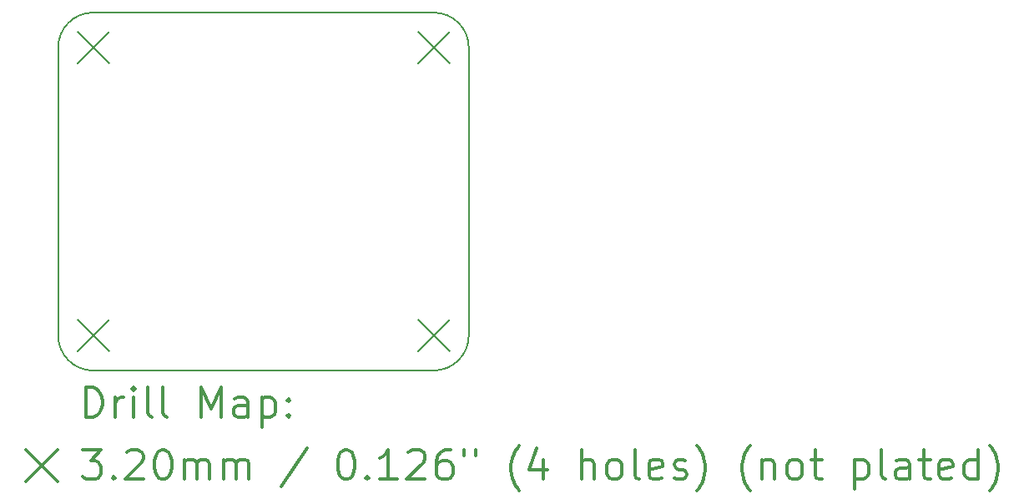
<source format=gbr>
%FSLAX45Y45*%
G04 Gerber Fmt 4.5, Leading zero omitted, Abs format (unit mm)*
G04 Created by KiCad (PCBNEW 5.0.0-fee4fd1~66~ubuntu18.04.1) date Wed Oct 10 23:27:11 2018*
%MOMM*%
%LPD*%
G01*
G04 APERTURE LIST*
%ADD10C,0.150000*%
%ADD11C,0.200000*%
%ADD12C,0.300000*%
G04 APERTURE END LIST*
D10*
X6756400Y-1803400D02*
G75*
G02X7112000Y-2159000I0J-355600D01*
G01*
X2946400Y-2159000D02*
G75*
G02X3302000Y-1803400I355600J0D01*
G01*
X3302000Y-5435600D02*
G75*
G02X2946400Y-5080000I0J355600D01*
G01*
X7112000Y-5080000D02*
G75*
G02X6756400Y-5435600I-355600J0D01*
G01*
X7112000Y-2159000D02*
X7112000Y-5080000D01*
X2946400Y-2159000D02*
X2946400Y-5080000D01*
X3302000Y-5435600D02*
X6756400Y-5435600D01*
X3302000Y-1803400D02*
X6756400Y-1803400D01*
D11*
X6596400Y-1999000D02*
X6916400Y-2319000D01*
X6916400Y-1999000D02*
X6596400Y-2319000D01*
X3142000Y-1999000D02*
X3462000Y-2319000D01*
X3462000Y-1999000D02*
X3142000Y-2319000D01*
X6596400Y-4920000D02*
X6916400Y-5240000D01*
X6916400Y-4920000D02*
X6596400Y-5240000D01*
X3142000Y-4920000D02*
X3462000Y-5240000D01*
X3462000Y-4920000D02*
X3142000Y-5240000D01*
D12*
X3225328Y-5908814D02*
X3225328Y-5608814D01*
X3296757Y-5608814D01*
X3339614Y-5623100D01*
X3368186Y-5651671D01*
X3382471Y-5680243D01*
X3396757Y-5737386D01*
X3396757Y-5780243D01*
X3382471Y-5837386D01*
X3368186Y-5865957D01*
X3339614Y-5894529D01*
X3296757Y-5908814D01*
X3225328Y-5908814D01*
X3525328Y-5908814D02*
X3525328Y-5708814D01*
X3525328Y-5765957D02*
X3539614Y-5737386D01*
X3553900Y-5723100D01*
X3582471Y-5708814D01*
X3611043Y-5708814D01*
X3711043Y-5908814D02*
X3711043Y-5708814D01*
X3711043Y-5608814D02*
X3696757Y-5623100D01*
X3711043Y-5637386D01*
X3725328Y-5623100D01*
X3711043Y-5608814D01*
X3711043Y-5637386D01*
X3896757Y-5908814D02*
X3868186Y-5894529D01*
X3853900Y-5865957D01*
X3853900Y-5608814D01*
X4053900Y-5908814D02*
X4025328Y-5894529D01*
X4011043Y-5865957D01*
X4011043Y-5608814D01*
X4396757Y-5908814D02*
X4396757Y-5608814D01*
X4496757Y-5823100D01*
X4596757Y-5608814D01*
X4596757Y-5908814D01*
X4868186Y-5908814D02*
X4868186Y-5751671D01*
X4853900Y-5723100D01*
X4825328Y-5708814D01*
X4768186Y-5708814D01*
X4739614Y-5723100D01*
X4868186Y-5894529D02*
X4839614Y-5908814D01*
X4768186Y-5908814D01*
X4739614Y-5894529D01*
X4725328Y-5865957D01*
X4725328Y-5837386D01*
X4739614Y-5808814D01*
X4768186Y-5794529D01*
X4839614Y-5794529D01*
X4868186Y-5780243D01*
X5011043Y-5708814D02*
X5011043Y-6008814D01*
X5011043Y-5723100D02*
X5039614Y-5708814D01*
X5096757Y-5708814D01*
X5125328Y-5723100D01*
X5139614Y-5737386D01*
X5153900Y-5765957D01*
X5153900Y-5851671D01*
X5139614Y-5880243D01*
X5125328Y-5894529D01*
X5096757Y-5908814D01*
X5039614Y-5908814D01*
X5011043Y-5894529D01*
X5282471Y-5880243D02*
X5296757Y-5894529D01*
X5282471Y-5908814D01*
X5268186Y-5894529D01*
X5282471Y-5880243D01*
X5282471Y-5908814D01*
X5282471Y-5723100D02*
X5296757Y-5737386D01*
X5282471Y-5751671D01*
X5268186Y-5737386D01*
X5282471Y-5723100D01*
X5282471Y-5751671D01*
X2618900Y-6243100D02*
X2938900Y-6563100D01*
X2938900Y-6243100D02*
X2618900Y-6563100D01*
X3196757Y-6238814D02*
X3382471Y-6238814D01*
X3282471Y-6353100D01*
X3325328Y-6353100D01*
X3353900Y-6367386D01*
X3368186Y-6381671D01*
X3382471Y-6410243D01*
X3382471Y-6481671D01*
X3368186Y-6510243D01*
X3353900Y-6524529D01*
X3325328Y-6538814D01*
X3239614Y-6538814D01*
X3211043Y-6524529D01*
X3196757Y-6510243D01*
X3511043Y-6510243D02*
X3525328Y-6524529D01*
X3511043Y-6538814D01*
X3496757Y-6524529D01*
X3511043Y-6510243D01*
X3511043Y-6538814D01*
X3639614Y-6267386D02*
X3653900Y-6253100D01*
X3682471Y-6238814D01*
X3753900Y-6238814D01*
X3782471Y-6253100D01*
X3796757Y-6267386D01*
X3811043Y-6295957D01*
X3811043Y-6324529D01*
X3796757Y-6367386D01*
X3625328Y-6538814D01*
X3811043Y-6538814D01*
X3996757Y-6238814D02*
X4025328Y-6238814D01*
X4053900Y-6253100D01*
X4068186Y-6267386D01*
X4082471Y-6295957D01*
X4096757Y-6353100D01*
X4096757Y-6424529D01*
X4082471Y-6481671D01*
X4068186Y-6510243D01*
X4053900Y-6524529D01*
X4025328Y-6538814D01*
X3996757Y-6538814D01*
X3968186Y-6524529D01*
X3953900Y-6510243D01*
X3939614Y-6481671D01*
X3925328Y-6424529D01*
X3925328Y-6353100D01*
X3939614Y-6295957D01*
X3953900Y-6267386D01*
X3968186Y-6253100D01*
X3996757Y-6238814D01*
X4225328Y-6538814D02*
X4225328Y-6338814D01*
X4225328Y-6367386D02*
X4239614Y-6353100D01*
X4268186Y-6338814D01*
X4311043Y-6338814D01*
X4339614Y-6353100D01*
X4353900Y-6381671D01*
X4353900Y-6538814D01*
X4353900Y-6381671D02*
X4368186Y-6353100D01*
X4396757Y-6338814D01*
X4439614Y-6338814D01*
X4468186Y-6353100D01*
X4482471Y-6381671D01*
X4482471Y-6538814D01*
X4625328Y-6538814D02*
X4625328Y-6338814D01*
X4625328Y-6367386D02*
X4639614Y-6353100D01*
X4668186Y-6338814D01*
X4711043Y-6338814D01*
X4739614Y-6353100D01*
X4753900Y-6381671D01*
X4753900Y-6538814D01*
X4753900Y-6381671D02*
X4768186Y-6353100D01*
X4796757Y-6338814D01*
X4839614Y-6338814D01*
X4868186Y-6353100D01*
X4882471Y-6381671D01*
X4882471Y-6538814D01*
X5468186Y-6224529D02*
X5211043Y-6610243D01*
X5853900Y-6238814D02*
X5882471Y-6238814D01*
X5911043Y-6253100D01*
X5925328Y-6267386D01*
X5939614Y-6295957D01*
X5953900Y-6353100D01*
X5953900Y-6424529D01*
X5939614Y-6481671D01*
X5925328Y-6510243D01*
X5911043Y-6524529D01*
X5882471Y-6538814D01*
X5853900Y-6538814D01*
X5825328Y-6524529D01*
X5811043Y-6510243D01*
X5796757Y-6481671D01*
X5782471Y-6424529D01*
X5782471Y-6353100D01*
X5796757Y-6295957D01*
X5811043Y-6267386D01*
X5825328Y-6253100D01*
X5853900Y-6238814D01*
X6082471Y-6510243D02*
X6096757Y-6524529D01*
X6082471Y-6538814D01*
X6068186Y-6524529D01*
X6082471Y-6510243D01*
X6082471Y-6538814D01*
X6382471Y-6538814D02*
X6211043Y-6538814D01*
X6296757Y-6538814D02*
X6296757Y-6238814D01*
X6268186Y-6281671D01*
X6239614Y-6310243D01*
X6211043Y-6324529D01*
X6496757Y-6267386D02*
X6511043Y-6253100D01*
X6539614Y-6238814D01*
X6611043Y-6238814D01*
X6639614Y-6253100D01*
X6653900Y-6267386D01*
X6668186Y-6295957D01*
X6668186Y-6324529D01*
X6653900Y-6367386D01*
X6482471Y-6538814D01*
X6668186Y-6538814D01*
X6925328Y-6238814D02*
X6868186Y-6238814D01*
X6839614Y-6253100D01*
X6825328Y-6267386D01*
X6796757Y-6310243D01*
X6782471Y-6367386D01*
X6782471Y-6481671D01*
X6796757Y-6510243D01*
X6811043Y-6524529D01*
X6839614Y-6538814D01*
X6896757Y-6538814D01*
X6925328Y-6524529D01*
X6939614Y-6510243D01*
X6953900Y-6481671D01*
X6953900Y-6410243D01*
X6939614Y-6381671D01*
X6925328Y-6367386D01*
X6896757Y-6353100D01*
X6839614Y-6353100D01*
X6811043Y-6367386D01*
X6796757Y-6381671D01*
X6782471Y-6410243D01*
X7068186Y-6238814D02*
X7068186Y-6295957D01*
X7182471Y-6238814D02*
X7182471Y-6295957D01*
X7625328Y-6653100D02*
X7611043Y-6638814D01*
X7582471Y-6595957D01*
X7568186Y-6567386D01*
X7553900Y-6524529D01*
X7539614Y-6453100D01*
X7539614Y-6395957D01*
X7553900Y-6324529D01*
X7568186Y-6281671D01*
X7582471Y-6253100D01*
X7611043Y-6210243D01*
X7625328Y-6195957D01*
X7868186Y-6338814D02*
X7868186Y-6538814D01*
X7796757Y-6224529D02*
X7725328Y-6438814D01*
X7911043Y-6438814D01*
X8253900Y-6538814D02*
X8253900Y-6238814D01*
X8382471Y-6538814D02*
X8382471Y-6381671D01*
X8368186Y-6353100D01*
X8339614Y-6338814D01*
X8296757Y-6338814D01*
X8268186Y-6353100D01*
X8253900Y-6367386D01*
X8568186Y-6538814D02*
X8539614Y-6524529D01*
X8525328Y-6510243D01*
X8511043Y-6481671D01*
X8511043Y-6395957D01*
X8525328Y-6367386D01*
X8539614Y-6353100D01*
X8568186Y-6338814D01*
X8611043Y-6338814D01*
X8639614Y-6353100D01*
X8653900Y-6367386D01*
X8668186Y-6395957D01*
X8668186Y-6481671D01*
X8653900Y-6510243D01*
X8639614Y-6524529D01*
X8611043Y-6538814D01*
X8568186Y-6538814D01*
X8839614Y-6538814D02*
X8811043Y-6524529D01*
X8796757Y-6495957D01*
X8796757Y-6238814D01*
X9068186Y-6524529D02*
X9039614Y-6538814D01*
X8982471Y-6538814D01*
X8953900Y-6524529D01*
X8939614Y-6495957D01*
X8939614Y-6381671D01*
X8953900Y-6353100D01*
X8982471Y-6338814D01*
X9039614Y-6338814D01*
X9068186Y-6353100D01*
X9082471Y-6381671D01*
X9082471Y-6410243D01*
X8939614Y-6438814D01*
X9196757Y-6524529D02*
X9225328Y-6538814D01*
X9282471Y-6538814D01*
X9311043Y-6524529D01*
X9325328Y-6495957D01*
X9325328Y-6481671D01*
X9311043Y-6453100D01*
X9282471Y-6438814D01*
X9239614Y-6438814D01*
X9211043Y-6424529D01*
X9196757Y-6395957D01*
X9196757Y-6381671D01*
X9211043Y-6353100D01*
X9239614Y-6338814D01*
X9282471Y-6338814D01*
X9311043Y-6353100D01*
X9425328Y-6653100D02*
X9439614Y-6638814D01*
X9468186Y-6595957D01*
X9482471Y-6567386D01*
X9496757Y-6524529D01*
X9511043Y-6453100D01*
X9511043Y-6395957D01*
X9496757Y-6324529D01*
X9482471Y-6281671D01*
X9468186Y-6253100D01*
X9439614Y-6210243D01*
X9425328Y-6195957D01*
X9968186Y-6653100D02*
X9953900Y-6638814D01*
X9925328Y-6595957D01*
X9911043Y-6567386D01*
X9896757Y-6524529D01*
X9882471Y-6453100D01*
X9882471Y-6395957D01*
X9896757Y-6324529D01*
X9911043Y-6281671D01*
X9925328Y-6253100D01*
X9953900Y-6210243D01*
X9968186Y-6195957D01*
X10082471Y-6338814D02*
X10082471Y-6538814D01*
X10082471Y-6367386D02*
X10096757Y-6353100D01*
X10125328Y-6338814D01*
X10168186Y-6338814D01*
X10196757Y-6353100D01*
X10211043Y-6381671D01*
X10211043Y-6538814D01*
X10396757Y-6538814D02*
X10368186Y-6524529D01*
X10353900Y-6510243D01*
X10339614Y-6481671D01*
X10339614Y-6395957D01*
X10353900Y-6367386D01*
X10368186Y-6353100D01*
X10396757Y-6338814D01*
X10439614Y-6338814D01*
X10468186Y-6353100D01*
X10482471Y-6367386D01*
X10496757Y-6395957D01*
X10496757Y-6481671D01*
X10482471Y-6510243D01*
X10468186Y-6524529D01*
X10439614Y-6538814D01*
X10396757Y-6538814D01*
X10582471Y-6338814D02*
X10696757Y-6338814D01*
X10625328Y-6238814D02*
X10625328Y-6495957D01*
X10639614Y-6524529D01*
X10668186Y-6538814D01*
X10696757Y-6538814D01*
X11025328Y-6338814D02*
X11025328Y-6638814D01*
X11025328Y-6353100D02*
X11053900Y-6338814D01*
X11111043Y-6338814D01*
X11139614Y-6353100D01*
X11153900Y-6367386D01*
X11168186Y-6395957D01*
X11168186Y-6481671D01*
X11153900Y-6510243D01*
X11139614Y-6524529D01*
X11111043Y-6538814D01*
X11053900Y-6538814D01*
X11025328Y-6524529D01*
X11339614Y-6538814D02*
X11311043Y-6524529D01*
X11296757Y-6495957D01*
X11296757Y-6238814D01*
X11582471Y-6538814D02*
X11582471Y-6381671D01*
X11568186Y-6353100D01*
X11539614Y-6338814D01*
X11482471Y-6338814D01*
X11453900Y-6353100D01*
X11582471Y-6524529D02*
X11553900Y-6538814D01*
X11482471Y-6538814D01*
X11453900Y-6524529D01*
X11439614Y-6495957D01*
X11439614Y-6467386D01*
X11453900Y-6438814D01*
X11482471Y-6424529D01*
X11553900Y-6424529D01*
X11582471Y-6410243D01*
X11682471Y-6338814D02*
X11796757Y-6338814D01*
X11725328Y-6238814D02*
X11725328Y-6495957D01*
X11739614Y-6524529D01*
X11768186Y-6538814D01*
X11796757Y-6538814D01*
X12011043Y-6524529D02*
X11982471Y-6538814D01*
X11925328Y-6538814D01*
X11896757Y-6524529D01*
X11882471Y-6495957D01*
X11882471Y-6381671D01*
X11896757Y-6353100D01*
X11925328Y-6338814D01*
X11982471Y-6338814D01*
X12011043Y-6353100D01*
X12025328Y-6381671D01*
X12025328Y-6410243D01*
X11882471Y-6438814D01*
X12282471Y-6538814D02*
X12282471Y-6238814D01*
X12282471Y-6524529D02*
X12253900Y-6538814D01*
X12196757Y-6538814D01*
X12168186Y-6524529D01*
X12153900Y-6510243D01*
X12139614Y-6481671D01*
X12139614Y-6395957D01*
X12153900Y-6367386D01*
X12168186Y-6353100D01*
X12196757Y-6338814D01*
X12253900Y-6338814D01*
X12282471Y-6353100D01*
X12396757Y-6653100D02*
X12411043Y-6638814D01*
X12439614Y-6595957D01*
X12453900Y-6567386D01*
X12468186Y-6524529D01*
X12482471Y-6453100D01*
X12482471Y-6395957D01*
X12468186Y-6324529D01*
X12453900Y-6281671D01*
X12439614Y-6253100D01*
X12411043Y-6210243D01*
X12396757Y-6195957D01*
M02*

</source>
